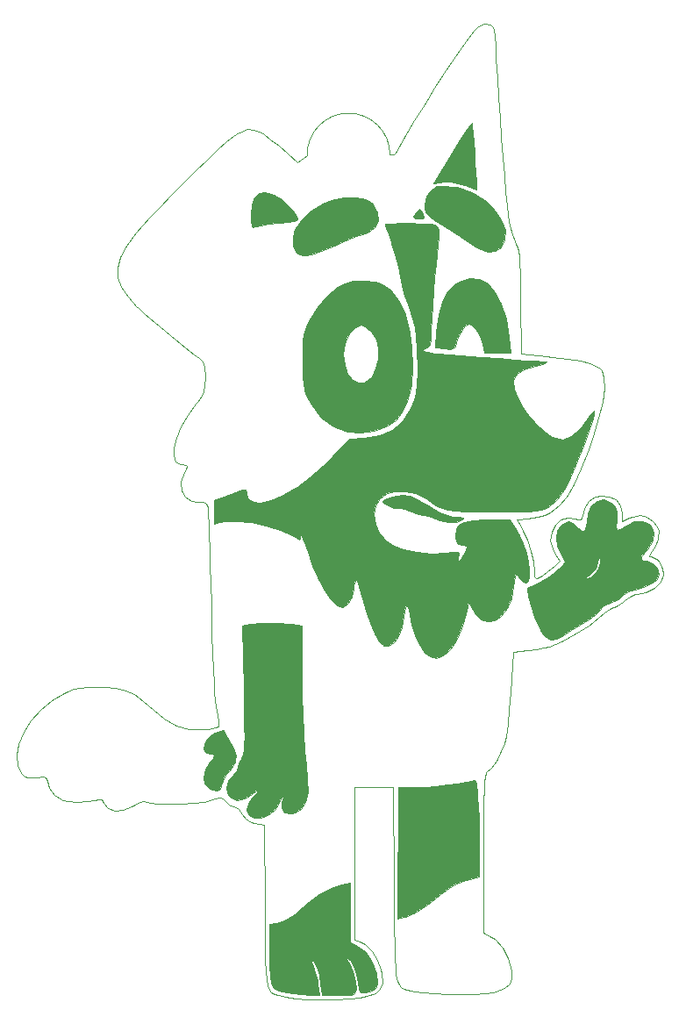
<source format=gbr>
%TF.GenerationSoftware,KiCad,Pcbnew,5.1.6-c6e7f7d~87~ubuntu20.04.1*%
%TF.CreationDate,2020-08-29T22:02:19+08:00*%
%TF.ProjectId,Bluey_Board,426c7565-795f-4426-9f61-72642e6b6963,rev?*%
%TF.SameCoordinates,Original*%
%TF.FileFunction,Legend,Bot*%
%TF.FilePolarity,Positive*%
%FSLAX46Y46*%
G04 Gerber Fmt 4.6, Leading zero omitted, Abs format (unit mm)*
G04 Created by KiCad (PCBNEW 5.1.6-c6e7f7d~87~ubuntu20.04.1) date 2020-08-29 22:02:19*
%MOMM*%
%LPD*%
G01*
G04 APERTURE LIST*
%TA.AperFunction,Profile*%
%ADD10C,0.010000*%
%TD*%
%ADD11C,0.010000*%
G04 APERTURE END LIST*
D10*
X2550000Y35400000D02*
X2200000Y35400000D01*
X2730069Y35629155D02*
X2550000Y35400000D01*
X-5800000Y35300000D02*
X-6733876Y34653732D01*
X-5798806Y35302271D02*
G75*
G02*
X2200000Y35400000I3998806J97729D01*
G01*
X-33874220Y-22530080D02*
X-33777700Y-23500760D01*
X-33777700Y-23500760D02*
X-33408065Y-24232594D01*
X-33408065Y-24232594D02*
X-33086504Y-24582740D01*
X-33086504Y-24582740D02*
X-32748465Y-24730279D01*
X-32748465Y-24730279D02*
X-32227862Y-24726982D01*
X-32227862Y-24726982D02*
X-31926398Y-24694445D01*
X-31926398Y-24694445D02*
X-31314548Y-24637269D01*
X-31314548Y-24637269D02*
X-31012695Y-24682125D01*
X-31012695Y-24682125D02*
X-30912190Y-24868251D01*
X-30912190Y-24868251D02*
X-30903333Y-25063927D01*
X-30903333Y-25063927D02*
X-30716476Y-25716641D01*
X-30716476Y-25716641D02*
X-30226592Y-26348279D01*
X-30226592Y-26348279D02*
X-29539717Y-26828766D01*
X-29539717Y-26828766D02*
X-29421476Y-26881746D01*
X-29421476Y-26881746D02*
X-28813332Y-27011951D01*
X-28813332Y-27011951D02*
X-27968629Y-27048752D01*
X-27968629Y-27048752D02*
X-27062428Y-26997641D01*
X-27062428Y-26997641D02*
X-26269788Y-26864110D01*
X-26269788Y-26864110D02*
X-25985025Y-26773944D01*
X-25985025Y-26773944D02*
X-25660739Y-26776332D01*
X-25660739Y-26776332D02*
X-25422880Y-27139638D01*
X-25422880Y-27139638D02*
X-25410429Y-27171738D01*
X-25410429Y-27171738D02*
X-25020583Y-27670476D01*
X-25020583Y-27670476D02*
X-24391898Y-27897106D01*
X-24391898Y-27897106D02*
X-23613115Y-27847664D01*
X-23613115Y-27847664D02*
X-22772976Y-27518187D01*
X-22772976Y-27518187D02*
X-22436066Y-27304572D01*
X-22436066Y-27304572D02*
X-22011247Y-27065356D01*
X-22011247Y-27065356D02*
X-21567908Y-27015819D01*
X-21567908Y-27015819D02*
X-20941489Y-27126300D01*
X-20941489Y-27126300D02*
X-20161903Y-27229407D01*
X-20161903Y-27229407D02*
X-19118542Y-27263996D01*
X-19118542Y-27263996D02*
X-17945364Y-27236722D01*
X-17945364Y-27236722D02*
X-16776324Y-27154239D01*
X-16776324Y-27154239D02*
X-15745380Y-27023200D01*
X-15745380Y-27023200D02*
X-14986488Y-26850260D01*
X-14986488Y-26850260D02*
X-14920674Y-26827233D01*
X-14920674Y-26827233D02*
X-14376728Y-26645366D01*
X-14376728Y-26645366D02*
X-14064502Y-26644603D01*
X-14064502Y-26644603D02*
X-13822322Y-26849674D01*
X-13822322Y-26849674D02*
X-13693709Y-27014915D01*
X-13693709Y-27014915D02*
X-13267402Y-27383557D01*
X-13267402Y-27383557D02*
X-12848869Y-27521247D01*
X-12848869Y-27521247D02*
X-12391128Y-27718048D01*
X-12391128Y-27718048D02*
X-12065000Y-28209164D01*
X-12065000Y-28209164D02*
X-11742147Y-28700885D01*
X-11742147Y-28700885D02*
X-11255097Y-28981598D01*
X-11255097Y-28981598D02*
X-10855251Y-29090372D01*
X-10855251Y-29090372D02*
X-9963002Y-29288245D01*
X-9963002Y-29288245D02*
X-9902751Y-37073449D01*
X-9902751Y-37073449D02*
X-9887826Y-39172445D01*
X-9887826Y-39172445D02*
X-9872532Y-40888655D01*
X-9872532Y-40888655D02*
X-9847601Y-42262532D01*
X-9847601Y-42262532D02*
X-9803768Y-43334528D01*
X-9803768Y-43334528D02*
X-9731765Y-44145098D01*
X-9731765Y-44145098D02*
X-9622323Y-44734694D01*
X-9622323Y-44734694D02*
X-9466178Y-45143770D01*
X-9466178Y-45143770D02*
X-9254060Y-45412778D01*
X-9254060Y-45412778D02*
X-8976703Y-45582172D01*
X-8976703Y-45582172D02*
X-8624840Y-45692406D01*
X-8624840Y-45692406D02*
X-8189203Y-45783932D01*
X-8189203Y-45783932D02*
X-7893416Y-45844618D01*
X-7893416Y-45844618D02*
X-6940102Y-45988821D01*
X-6940102Y-45988821D02*
X-5738146Y-46081948D01*
X-5738146Y-46081948D02*
X-4401023Y-46124430D01*
X-4401023Y-46124430D02*
X-3042211Y-46116698D01*
X-3042211Y-46116698D02*
X-1775188Y-46059180D01*
X-1775188Y-46059180D02*
X-713429Y-45952309D01*
X-713429Y-45952309D02*
X-28849Y-45814791D01*
X-28849Y-45814791D02*
X784366Y-45495917D01*
X784366Y-45495917D02*
X1257495Y-45076644D01*
X1257495Y-45076644D02*
X1433281Y-44474314D01*
X1433281Y-44474314D02*
X1354470Y-43606271D01*
X1354470Y-43606271D02*
X1285618Y-43272946D01*
X1285618Y-43272946D02*
X943028Y-42286869D01*
X943028Y-42286869D02*
X420345Y-41425083D01*
X420345Y-41425083D02*
X-205270Y-40791610D01*
X-205270Y-40791610D02*
X-764417Y-40509334D01*
X-764417Y-40509334D02*
X-1270000Y-40382440D01*
X-1270000Y-40382440D02*
X-1270000Y-25611667D01*
X-1270000Y-25611667D02*
X2527326Y-25611667D01*
X2527326Y-25611667D02*
X2586580Y-35048022D01*
X2586580Y-35048022D02*
X2598878Y-37346615D01*
X2598878Y-37346615D02*
X2609215Y-39258870D01*
X2609215Y-39258870D02*
X2624926Y-40821681D01*
X2624926Y-40821681D02*
X2653348Y-42071941D01*
X2653348Y-42071941D02*
X2701816Y-43046545D01*
X2701816Y-43046545D02*
X2777664Y-43782384D01*
X2777664Y-43782384D02*
X2888229Y-44316354D01*
X2888229Y-44316354D02*
X3040846Y-44685348D01*
X3040846Y-44685348D02*
X3242851Y-44926258D01*
X3242851Y-44926258D02*
X3501578Y-45075979D01*
X3501578Y-45075979D02*
X3824365Y-45171405D01*
X3824365Y-45171405D02*
X4218545Y-45249428D01*
X4218545Y-45249428D02*
X4631586Y-45333277D01*
X4631586Y-45333277D02*
X5420422Y-45452940D01*
X5420422Y-45452940D02*
X6484060Y-45535778D01*
X6484060Y-45535778D02*
X7714907Y-45581762D01*
X7714907Y-45581762D02*
X9005370Y-45590861D01*
X9005370Y-45590861D02*
X10247857Y-45563045D01*
X10247857Y-45563045D02*
X11334775Y-45498284D01*
X11334775Y-45498284D02*
X12158533Y-45396549D01*
X12158533Y-45396549D02*
X12425891Y-45335452D01*
X12425891Y-45335452D02*
X13260476Y-45020350D01*
X13260476Y-45020350D02*
X13737706Y-44624037D01*
X13737706Y-44624037D02*
X13923480Y-44057064D01*
X13923480Y-44057064D02*
X13897290Y-43338199D01*
X13897290Y-43338199D02*
X13603411Y-42129927D01*
X13603411Y-42129927D02*
X13059462Y-41087485D01*
X13059462Y-41087485D02*
X12325330Y-40313248D01*
X12325330Y-40313248D02*
X12009284Y-40110833D01*
X12009284Y-40110833D02*
X11219477Y-39687500D01*
X11219477Y-39687500D02*
X11218905Y-32025101D01*
X11218905Y-32025101D02*
X11221677Y-29936810D01*
X11221677Y-29936810D02*
X11231168Y-28236337D01*
X11231168Y-28236337D02*
X11248626Y-26888204D01*
X11248626Y-26888204D02*
X11275301Y-25856932D01*
X11275301Y-25856932D02*
X11312442Y-25107041D01*
X11312442Y-25107041D02*
X11361297Y-24603053D01*
X11361297Y-24603053D02*
X11423115Y-24309488D01*
X11423115Y-24309488D02*
X11494587Y-24193434D01*
X11494587Y-24193434D02*
X11957002Y-23757201D01*
X11957002Y-23757201D02*
X12458964Y-23044109D01*
X12458964Y-23044109D02*
X12919957Y-22183250D01*
X12919957Y-22183250D02*
X13222076Y-21423705D01*
X13222076Y-21423705D02*
X13394354Y-20681763D01*
X13394354Y-20681763D02*
X13557755Y-19562493D01*
X13557755Y-19562493D02*
X13706651Y-18111889D01*
X13706651Y-18111889D02*
X13830767Y-16449539D01*
X13830767Y-16449539D02*
X14075833Y-12594167D01*
X14075833Y-12594167D02*
X15415015Y-12446464D01*
X15415015Y-12446464D02*
X16274355Y-12325053D01*
X16274355Y-12325053D02*
X17089281Y-12166447D01*
X17089281Y-12166447D02*
X17531682Y-12050357D01*
X17531682Y-12050357D02*
X18765201Y-11551487D01*
X18765201Y-11551487D02*
X20107928Y-10838178D01*
X20107928Y-10838178D02*
X21386156Y-10010905D01*
X21386156Y-10010905D02*
X22280563Y-9303549D01*
X22280563Y-9303549D02*
X22895567Y-8792804D01*
X22895567Y-8792804D02*
X23424869Y-8419666D01*
X23424869Y-8419666D02*
X23763940Y-8256934D01*
X23763940Y-8256934D02*
X23786139Y-8255000D01*
X23786139Y-8255000D02*
X24136734Y-8123024D01*
X24136734Y-8123024D02*
X24631787Y-7790805D01*
X24631787Y-7790805D02*
X24838494Y-7620000D01*
X24838494Y-7620000D02*
X25373865Y-7230617D01*
X25373865Y-7230617D02*
X25860037Y-7006439D01*
X25860037Y-7006439D02*
X25996247Y-6985000D01*
X25996247Y-6985000D02*
X26897951Y-6829782D01*
X26897951Y-6829782D02*
X27690803Y-6415409D01*
X27690803Y-6415409D02*
X28277937Y-5818799D01*
X28277937Y-5818799D02*
X28562488Y-5116870D01*
X28562488Y-5116870D02*
X28575000Y-4937270D01*
X28575000Y-4937270D02*
X28427935Y-4266920D01*
X28427935Y-4266920D02*
X28054115Y-3714443D01*
X28054115Y-3714443D02*
X27554602Y-3410314D01*
X27554602Y-3410314D02*
X27373937Y-3386667D01*
X27373937Y-3386667D02*
X27177349Y-3339479D01*
X27177349Y-3339479D02*
X27261718Y-3144443D01*
X27261718Y-3144443D02*
X27497121Y-2878305D01*
X27497121Y-2878305D02*
X27841252Y-2327888D01*
X27841252Y-2327888D02*
X28070114Y-1631417D01*
X28070114Y-1631417D02*
X28089684Y-1512689D01*
X28089684Y-1512689D02*
X28122299Y-911978D01*
X28122299Y-911978D02*
X27967126Y-478833D01*
X27967126Y-478833D02*
X27559448Y-10217D01*
X27559448Y-10217D02*
X26961474Y462203D01*
X26961474Y462203D02*
X26359679Y611330D01*
X26359679Y611330D02*
X25620095Y457125D01*
X25620095Y457125D02*
X25287368Y328301D01*
X25287368Y328301D02*
X24553333Y21601D01*
X24553333Y21601D02*
X24553333Y761255D01*
X24553333Y761255D02*
X24391062Y1555069D01*
X24391062Y1555069D02*
X23963414Y2114610D01*
X23963414Y2114610D02*
X23359139Y2437567D01*
X23359139Y2437567D02*
X22666986Y2521629D01*
X22666986Y2521629D02*
X21975705Y2364485D01*
X21975705Y2364485D02*
X21374045Y1963823D01*
X21374045Y1963823D02*
X20950755Y1317332D01*
X20950755Y1317332D02*
X20826478Y858314D01*
X20826478Y858314D02*
X20722565Y345085D01*
X20722565Y345085D02*
X20566530Y162998D01*
X20566530Y162998D02*
X20252109Y223339D01*
X20252109Y223339D02*
X20122922Y270952D01*
X20122922Y270952D02*
X19335021Y386155D01*
X19335021Y386155D02*
X18652602Y159576D01*
X18652602Y159576D02*
X18119597Y-331731D01*
X18119597Y-331731D02*
X17779941Y-1010714D01*
X17779941Y-1010714D02*
X17677568Y-1800318D01*
X17677568Y-1800318D02*
X17856411Y-2623491D01*
X17856411Y-2623491D02*
X18163238Y-3166037D01*
X18163238Y-3166037D02*
X18599808Y-3756530D01*
X18599808Y-3756530D02*
X18031154Y-4279970D01*
X18031154Y-4279970D02*
X17428274Y-4790396D01*
X17428274Y-4790396D02*
X16845135Y-5211405D01*
X16845135Y-5211405D02*
X16396193Y-5464330D01*
X16396193Y-5464330D02*
X16251236Y-5503333D01*
X16251236Y-5503333D02*
X16147024Y-5315772D01*
X16147024Y-5315772D02*
X16090197Y-4848675D01*
X16090197Y-4848675D02*
X16086667Y-4678962D01*
X16086667Y-4678962D02*
X15995561Y-3863565D01*
X15995561Y-3863565D02*
X15755940Y-2843154D01*
X15755940Y-2843154D02*
X15418342Y-1786332D01*
X15418342Y-1786332D02*
X15033310Y-861697D01*
X15033310Y-861697D02*
X14830269Y-487708D01*
X14830269Y-487708D02*
X14413492Y188751D01*
X14413492Y188751D02*
X15408829Y319660D01*
X15408829Y319660D02*
X16417828Y467793D01*
X16417828Y467793D02*
X17123896Y628648D01*
X17123896Y628648D02*
X17645944Y850431D01*
X17645944Y850431D02*
X18102885Y1181348D01*
X18102885Y1181348D02*
X18529035Y1584562D01*
X18529035Y1584562D02*
X19232925Y2438892D01*
X19232925Y2438892D02*
X19928319Y3596631D01*
X19928319Y3596631D02*
X20631218Y5090317D01*
X20631218Y5090317D02*
X21357629Y6952491D01*
X21357629Y6952491D02*
X21809677Y8255000D01*
X21809677Y8255000D02*
X22337681Y10007916D01*
X22337681Y10007916D02*
X22687051Y11556372D01*
X22687051Y11556372D02*
X22853749Y12861538D01*
X22853749Y12861538D02*
X22833735Y13884588D01*
X22833735Y13884588D02*
X22622969Y14586692D01*
X22622969Y14586692D02*
X22487078Y14766255D01*
X22487078Y14766255D02*
X22089541Y15044082D01*
X22089541Y15044082D02*
X21466956Y15283341D01*
X21466956Y15283341D02*
X20572543Y15494526D01*
X20572543Y15494526D02*
X19359520Y15688127D01*
X19359520Y15688127D02*
X17781107Y15874638D01*
X17781107Y15874638D02*
X17347028Y15919080D01*
X17347028Y15919080D02*
X14843648Y16169376D01*
X14843648Y16169376D02*
X14777240Y21155105D01*
X14777240Y21155105D02*
X14753717Y22749775D01*
X14753717Y22749775D02*
X14727388Y23981110D01*
X14727388Y23981110D02*
X14692831Y24909101D01*
X14692831Y24909101D02*
X14644626Y25593738D01*
X14644626Y25593738D02*
X14577353Y26095011D01*
X14577353Y26095011D02*
X14485593Y26472912D01*
X14485593Y26472912D02*
X14363924Y26787430D01*
X14363924Y26787430D02*
X14247060Y27022998D01*
X14247060Y27022998D02*
X13988859Y27678947D01*
X13988859Y27678947D02*
X13748017Y28570437D01*
X13748017Y28570437D02*
X13574439Y29510931D01*
X13574439Y29510931D02*
X13567493Y29562998D01*
X13567493Y29562998D02*
X13460956Y30501736D01*
X13460956Y30501736D02*
X13337486Y31790898D01*
X13337486Y31790898D02*
X13202549Y33358168D01*
X13202549Y33358168D02*
X13061616Y35131228D01*
X13061616Y35131228D02*
X12920154Y37037764D01*
X12920154Y37037764D02*
X12783631Y39005458D01*
X12783631Y39005458D02*
X12657518Y40961994D01*
X12657518Y40961994D02*
X12547281Y42835056D01*
X12547281Y42835056D02*
X12505780Y43603333D01*
X12505780Y43603333D02*
X12434307Y44835097D01*
X12434307Y44835097D02*
X12357227Y45937042D01*
X12357227Y45937042D02*
X12280962Y46832212D01*
X12280962Y46832212D02*
X12211932Y47443652D01*
X12211932Y47443652D02*
X12165800Y47677917D01*
X12165800Y47677917D02*
X11849451Y47980581D01*
X11849451Y47980581D02*
X11328308Y48017922D01*
X11328308Y48017922D02*
X10730827Y47785678D01*
X10730827Y47785678D02*
X10644060Y47728377D01*
X10644060Y47728377D02*
X10299057Y47381704D01*
X10299057Y47381704D02*
X9773320Y46715932D01*
X9773320Y46715932D02*
X9097425Y45778785D01*
X9097425Y45778785D02*
X8301948Y44617989D01*
X8301948Y44617989D02*
X7417463Y43281267D01*
X7417463Y43281267D02*
X6474547Y41816346D01*
X6474547Y41816346D02*
X5503774Y40270949D01*
X5503774Y40270949D02*
X4535719Y38692802D01*
X4535719Y38692802D02*
X3600959Y37129629D01*
X3600959Y37129629D02*
X2730069Y35629155D01*
X-6733876Y34653732D02*
X-7661352Y35470129D01*
X-7661352Y35470129D02*
X-8559267Y36233669D01*
X-8559267Y36233669D02*
X-9352096Y36878595D01*
X-9352096Y36878595D02*
X-9964316Y37339150D01*
X-9964316Y37339150D02*
X-10230655Y37509045D01*
X-10230655Y37509045D02*
X-10948302Y37811448D01*
X-10948302Y37811448D02*
X-11585926Y37834423D01*
X-11585926Y37834423D02*
X-12332082Y37579551D01*
X-12332082Y37579551D02*
X-12443701Y37527605D01*
X-12443701Y37527605D02*
X-12884924Y37235617D01*
X-12884924Y37235617D02*
X-13567305Y36679252D01*
X-13567305Y36679252D02*
X-14443477Y35903916D01*
X-14443477Y35903916D02*
X-15466076Y34955014D01*
X-15466076Y34955014D02*
X-16587735Y33877953D01*
X-16587735Y33877953D02*
X-17761089Y32718139D01*
X-17761089Y32718139D02*
X-18938773Y31520977D01*
X-18938773Y31520977D02*
X-20073420Y30331875D01*
X-20073420Y30331875D02*
X-21009865Y29315833D01*
X-21009865Y29315833D02*
X-22276247Y27848251D01*
X-22276247Y27848251D02*
X-23210794Y26588158D01*
X-23210794Y26588158D02*
X-23819670Y25488156D01*
X-23819670Y25488156D02*
X-24109036Y24500845D01*
X-24109036Y24500845D02*
X-24085057Y23578826D01*
X-24085057Y23578826D02*
X-23753895Y22674699D01*
X-23753895Y22674699D02*
X-23121713Y21741066D01*
X-23121713Y21741066D02*
X-22194675Y20730527D01*
X-22194675Y20730527D02*
X-22133976Y20670514D01*
X-22133976Y20670514D02*
X-21445626Y20025396D01*
X-21445626Y20025396D02*
X-20556230Y19238532D01*
X-20556230Y19238532D02*
X-19553790Y18382993D01*
X-19553790Y18382993D02*
X-18526308Y17531850D01*
X-18526308Y17531850D02*
X-17561787Y16758174D01*
X-17561787Y16758174D02*
X-16748229Y16135034D01*
X-16748229Y16135034D02*
X-16245417Y15781085D01*
X-16245417Y15781085D02*
X-15936693Y15547686D01*
X-15936693Y15547686D02*
X-15761992Y15272332D01*
X-15761992Y15272332D02*
X-15683555Y14835554D01*
X-15683555Y14835554D02*
X-15663623Y14117887D01*
X-15663623Y14117887D02*
X-15663333Y13939430D01*
X-15663333Y13939430D02*
X-15679983Y13137407D01*
X-15679983Y13137407D02*
X-15768611Y12586748D01*
X-15768611Y12586748D02*
X-15987243Y12115715D01*
X-15987243Y12115715D02*
X-16393899Y11552568D01*
X-16393899Y11552568D02*
X-16526900Y11383386D01*
X-16526900Y11383386D02*
X-17328207Y10254633D01*
X-17328207Y10254633D02*
X-17958279Y9136898D01*
X-17958279Y9136898D02*
X-18405079Y8082074D01*
X-18405079Y8082074D02*
X-18656567Y7142050D01*
X-18656567Y7142050D02*
X-18700706Y6368718D01*
X-18700706Y6368718D02*
X-18525455Y5813968D01*
X-18525455Y5813968D02*
X-18118777Y5529691D01*
X-18118777Y5529691D02*
X-17891072Y5503333D01*
X-17891072Y5503333D02*
X-17505293Y5487880D01*
X-17505293Y5487880D02*
X-17389883Y5369725D01*
X-17389883Y5369725D02*
X-17514306Y5041180D01*
X-17514306Y5041180D02*
X-17672863Y4733778D01*
X-17672863Y4733778D02*
X-17981210Y3820963D01*
X-17981210Y3820963D02*
X-17941950Y3016542D01*
X-17941950Y3016542D02*
X-17587021Y2386870D01*
X-17587021Y2386870D02*
X-16948361Y1998302D01*
X-16948361Y1998302D02*
X-16311303Y1905000D01*
X-16311303Y1905000D02*
X-15787024Y1882637D01*
X-15787024Y1882637D02*
X-15529370Y1737193D01*
X-15529370Y1737193D02*
X-15415493Y1351136D01*
X-15415493Y1351136D02*
X-15371029Y1005417D01*
X-15371029Y1005417D02*
X-15342575Y599198D01*
X-15342575Y599198D02*
X-15306467Y-179295D01*
X-15306467Y-179295D02*
X-15264400Y-1279106D01*
X-15264400Y-1279106D02*
X-15218071Y-2649279D01*
X-15218071Y-2649279D02*
X-15169175Y-4238860D01*
X-15169175Y-4238860D02*
X-15119409Y-5996891D01*
X-15119409Y-5996891D02*
X-15070467Y-7872417D01*
X-15070467Y-7872417D02*
X-15055802Y-8466667D01*
X-15055802Y-8466667D02*
X-14996482Y-10765394D01*
X-14996482Y-10765394D02*
X-14938956Y-12679881D01*
X-14938956Y-12679881D02*
X-14881045Y-14249203D01*
X-14881045Y-14249203D02*
X-14820569Y-15512433D01*
X-14820569Y-15512433D02*
X-14755348Y-16508647D01*
X-14755348Y-16508647D02*
X-14683203Y-17276918D01*
X-14683203Y-17276918D02*
X-14601955Y-17856322D01*
X-14601955Y-17856322D02*
X-14509425Y-18285932D01*
X-14509425Y-18285932D02*
X-14507796Y-18291969D01*
X-14507796Y-18291969D02*
X-14320558Y-19149380D01*
X-14320558Y-19149380D02*
X-14322809Y-19648561D01*
X-14322809Y-19648561D02*
X-14383569Y-19759902D01*
X-14383569Y-19759902D02*
X-14699031Y-19890421D01*
X-14699031Y-19890421D02*
X-15292971Y-20005843D01*
X-15292971Y-20005843D02*
X-15851009Y-20065615D01*
X-15851009Y-20065615D02*
X-17225300Y-20030494D01*
X-17225300Y-20030494D02*
X-18461220Y-19687970D01*
X-18461220Y-19687970D02*
X-19650560Y-19002180D01*
X-19650560Y-19002180D02*
X-20600772Y-18209805D01*
X-20600772Y-18209805D02*
X-21625558Y-17303633D01*
X-21625558Y-17303633D02*
X-22499875Y-16677050D01*
X-22499875Y-16677050D02*
X-23340400Y-16281247D01*
X-23340400Y-16281247D02*
X-24263810Y-16067416D01*
X-24263810Y-16067416D02*
X-25386780Y-15986749D01*
X-25386780Y-15986749D02*
X-25929167Y-15980833D01*
X-25929167Y-15980833D02*
X-26970489Y-15995039D01*
X-26970489Y-15995039D02*
X-27724506Y-16053063D01*
X-27724506Y-16053063D02*
X-28326743Y-16178011D01*
X-28326743Y-16178011D02*
X-28912721Y-16392992D01*
X-28912721Y-16392992D02*
X-29256157Y-16548112D01*
X-29256157Y-16548112D02*
X-30483918Y-17266606D01*
X-30483918Y-17266606D02*
X-31571280Y-18175779D01*
X-31571280Y-18175779D02*
X-32486117Y-19216173D01*
X-32486117Y-19216173D02*
X-33196303Y-20328327D01*
X-33196303Y-20328327D02*
X-33669712Y-21452782D01*
X-33669712Y-21452782D02*
X-33874220Y-22530080D01*
D11*
%TO.C,SILK_B1*%
G36*
X10136931Y38124142D02*
G01*
X10190475Y37497319D01*
X10254633Y36655064D01*
X10323445Y35686540D01*
X10390952Y34680909D01*
X10451193Y33727334D01*
X10498208Y32914980D01*
X10526037Y32333007D01*
X10528719Y32070580D01*
X10526577Y32064283D01*
X10319608Y32116176D01*
X9839689Y32282472D01*
X9419167Y32439955D01*
X8089232Y32756311D01*
X7379255Y32754916D01*
X6397677Y32663390D01*
X8225922Y35675148D01*
X8831190Y36654490D01*
X9357322Y37472057D01*
X9768001Y38074145D01*
X10026912Y38407053D01*
X10099963Y38446370D01*
X10136931Y38124142D01*
G37*
X10136931Y38124142D02*
X10190475Y37497319D01*
X10254633Y36655064D01*
X10323445Y35686540D01*
X10390952Y34680909D01*
X10451193Y33727334D01*
X10498208Y32914980D01*
X10526037Y32333007D01*
X10528719Y32070580D01*
X10526577Y32064283D01*
X10319608Y32116176D01*
X9839689Y32282472D01*
X9419167Y32439955D01*
X8089232Y32756311D01*
X7379255Y32754916D01*
X6397677Y32663390D01*
X8225922Y35675148D01*
X8831190Y36654490D01*
X9357322Y37472057D01*
X9768001Y38074145D01*
X10026912Y38407053D01*
X10099963Y38446370D01*
X10136931Y38124142D01*
G36*
X5155865Y30085592D02*
G01*
X5274865Y29876394D01*
X5472246Y29437659D01*
X5392115Y29250118D01*
X4987651Y29210011D01*
X4974167Y29210000D01*
X4578840Y29264288D01*
X4451732Y29368750D01*
X4572288Y29646600D01*
X4752430Y29915395D01*
X4991836Y30179864D01*
X5155865Y30085592D01*
G37*
X5155865Y30085592D02*
X5274865Y29876394D01*
X5472246Y29437659D01*
X5392115Y29250118D01*
X4987651Y29210011D01*
X4974167Y29210000D01*
X4578840Y29264288D01*
X4451732Y29368750D01*
X4572288Y29646600D01*
X4752430Y29915395D01*
X4991836Y30179864D01*
X5155865Y30085592D01*
G36*
X-9048535Y31561071D02*
G01*
X-8249594Y31062083D01*
X-7645683Y30525290D01*
X-7156010Y29968094D01*
X-6846054Y29479667D01*
X-6781295Y29149184D01*
X-6810515Y29102263D01*
X-7065191Y29024502D01*
X-7634752Y28926156D01*
X-8412464Y28824668D01*
X-8706433Y28792431D01*
X-9571075Y28689931D01*
X-10303491Y28581035D01*
X-10777233Y28485208D01*
X-10847917Y28462745D01*
X-11055188Y28429204D01*
X-11167091Y28591038D01*
X-11211846Y29032112D01*
X-11218333Y29563590D01*
X-11136242Y30605487D01*
X-10874246Y31291564D01*
X-10408766Y31659419D01*
X-9846953Y31750000D01*
X-9048535Y31561071D01*
G37*
X-9048535Y31561071D02*
X-8249594Y31062083D01*
X-7645683Y30525290D01*
X-7156010Y29968094D01*
X-6846054Y29479667D01*
X-6781295Y29149184D01*
X-6810515Y29102263D01*
X-7065191Y29024502D01*
X-7634752Y28926156D01*
X-8412464Y28824668D01*
X-8706433Y28792431D01*
X-9571075Y28689931D01*
X-10303491Y28581035D01*
X-10777233Y28485208D01*
X-10847917Y28462745D01*
X-11055188Y28429204D01*
X-11167091Y28591038D01*
X-11211846Y29032112D01*
X-11218333Y29563590D01*
X-11136242Y30605487D01*
X-10874246Y31291564D01*
X-10408766Y31659419D01*
X-9846953Y31750000D01*
X-9048535Y31561071D01*
G36*
X8669848Y32300976D02*
G01*
X10126601Y31820801D01*
X11432974Y30951385D01*
X12154110Y30242225D01*
X12928432Y29183517D01*
X13292087Y28179588D01*
X13252144Y27215359D01*
X12908718Y26478169D01*
X12352179Y26094138D01*
X11605563Y26065080D01*
X10691908Y26392806D01*
X9812868Y26944659D01*
X8958853Y27539824D01*
X8015463Y28150948D01*
X7354446Y28548248D01*
X6491354Y29064833D01*
X5943115Y29476474D01*
X5641744Y29858911D01*
X5519257Y30287887D01*
X5503333Y30610574D01*
X5672018Y31333776D01*
X6106304Y31952203D01*
X6698535Y32339074D01*
X7028295Y32406446D01*
X8669848Y32300976D01*
G37*
X8669848Y32300976D02*
X10126601Y31820801D01*
X11432974Y30951385D01*
X12154110Y30242225D01*
X12928432Y29183517D01*
X13292087Y28179588D01*
X13252144Y27215359D01*
X12908718Y26478169D01*
X12352179Y26094138D01*
X11605563Y26065080D01*
X10691908Y26392806D01*
X9812868Y26944659D01*
X8958853Y27539824D01*
X8015463Y28150948D01*
X7354446Y28548248D01*
X6491354Y29064833D01*
X5943115Y29476474D01*
X5641744Y29858911D01*
X5519257Y30287887D01*
X5503333Y30610574D01*
X5672018Y31333776D01*
X6106304Y31952203D01*
X6698535Y32339074D01*
X7028295Y32406446D01*
X8669848Y32300976D01*
G36*
X-129630Y31074680D02*
G01*
X537091Y30638002D01*
X565031Y30606558D01*
X992388Y29849821D01*
X1029793Y29098394D01*
X704733Y28427988D01*
X44696Y27914310D01*
X-484000Y27717173D01*
X-1084097Y27517311D01*
X-1916126Y27186708D01*
X-2833769Y26784726D01*
X-3174506Y26625595D01*
X-4419995Y26072818D01*
X-5367666Y25752586D01*
X-6067459Y25656044D01*
X-6569316Y25774334D01*
X-6827420Y25977821D01*
X-7125438Y26589975D01*
X-7170312Y27384851D01*
X-6957419Y28202466D01*
X-6895418Y28331907D01*
X-6268192Y29198626D01*
X-5362742Y30018216D01*
X-4319407Y30680170D01*
X-3478826Y31022249D01*
X-2219539Y31275228D01*
X-1075824Y31289897D01*
X-129630Y31074680D01*
G37*
X-129630Y31074680D02*
X537091Y30638002D01*
X565031Y30606558D01*
X992388Y29849821D01*
X1029793Y29098394D01*
X704733Y28427988D01*
X44696Y27914310D01*
X-484000Y27717173D01*
X-1084097Y27517311D01*
X-1916126Y27186708D01*
X-2833769Y26784726D01*
X-3174506Y26625595D01*
X-4419995Y26072818D01*
X-5367666Y25752586D01*
X-6067459Y25656044D01*
X-6569316Y25774334D01*
X-6827420Y25977821D01*
X-7125438Y26589975D01*
X-7170312Y27384851D01*
X-6957419Y28202466D01*
X-6895418Y28331907D01*
X-6268192Y29198626D01*
X-5362742Y30018216D01*
X-4319407Y30680170D01*
X-3478826Y31022249D01*
X-2219539Y31275228D01*
X-1075824Y31289897D01*
X-129630Y31074680D01*
G36*
X10782314Y23404079D02*
G01*
X11611550Y22944743D01*
X12334994Y22135320D01*
X12931658Y20999502D01*
X13380550Y19560981D01*
X13660681Y17843447D01*
X13666333Y17787096D01*
X13813032Y16298333D01*
X11255543Y16298333D01*
X11113553Y17138769D01*
X10898574Y17860297D01*
X10550829Y18496360D01*
X10148638Y18929192D01*
X9842500Y19050000D01*
X9471581Y18868970D01*
X9070311Y18411674D01*
X8731715Y17806800D01*
X8564352Y17281842D01*
X8462032Y16875755D01*
X8272150Y16693411D01*
X7865695Y16664885D01*
X7475403Y16691621D01*
X6511560Y16768279D01*
X6654688Y18279556D01*
X6884941Y19928187D01*
X7240164Y21212857D01*
X7741563Y22180026D01*
X8410345Y22876151D01*
X8890430Y23177723D01*
X9868278Y23489636D01*
X10782314Y23404079D01*
G37*
X10782314Y23404079D02*
X11611550Y22944743D01*
X12334994Y22135320D01*
X12931658Y20999502D01*
X13380550Y19560981D01*
X13660681Y17843447D01*
X13666333Y17787096D01*
X13813032Y16298333D01*
X11255543Y16298333D01*
X11113553Y17138769D01*
X10898574Y17860297D01*
X10550829Y18496360D01*
X10148638Y18929192D01*
X9842500Y19050000D01*
X9471581Y18868970D01*
X9070311Y18411674D01*
X8731715Y17806800D01*
X8564352Y17281842D01*
X8462032Y16875755D01*
X8272150Y16693411D01*
X7865695Y16664885D01*
X7475403Y16691621D01*
X6511560Y16768279D01*
X6654688Y18279556D01*
X6884941Y19928187D01*
X7240164Y21212857D01*
X7741563Y22180026D01*
X8410345Y22876151D01*
X8890430Y23177723D01*
X9868278Y23489636D01*
X10782314Y23404079D01*
G36*
X767882Y23162539D02*
G01*
X1339598Y22994615D01*
X2269521Y22376908D01*
X3037949Y21369301D01*
X3644029Y19973562D01*
X4086908Y18191460D01*
X4278538Y16898612D01*
X4392424Y14922626D01*
X4254604Y13159415D01*
X3874034Y11649688D01*
X3259672Y10434152D01*
X2716460Y9799686D01*
X1805407Y9192108D01*
X648468Y8770984D01*
X-604114Y8573459D01*
X-1802094Y8636681D01*
X-1905000Y8657045D01*
X-3243226Y9153515D01*
X-4419230Y10031717D01*
X-5412281Y11274396D01*
X-5745099Y11853333D01*
X-5957503Y12300062D01*
X-6099902Y12744173D01*
X-6185940Y13284173D01*
X-6229263Y14018567D01*
X-6243517Y15045860D01*
X-6244167Y15456118D01*
X-6241273Y16107245D01*
X-2328333Y16107245D01*
X-2209370Y15092761D01*
X-1888869Y14277048D01*
X-1421416Y13700466D01*
X-861593Y13403372D01*
X-263986Y13426126D01*
X316822Y13809085D01*
X494521Y14020072D01*
X830642Y14741484D01*
X1010472Y15684790D01*
X1021472Y16673705D01*
X851102Y17531944D01*
X759414Y17744069D01*
X363917Y18313506D01*
X-106146Y18752156D01*
X-110238Y18754851D01*
X-517194Y18974325D01*
X-841704Y18940149D01*
X-1181846Y18740380D01*
X-1765880Y18128601D01*
X-2165835Y17238720D01*
X-2327342Y16195609D01*
X-2328333Y16107245D01*
X-6241273Y16107245D01*
X-6239206Y16572016D01*
X-6211932Y17373172D01*
X-6143754Y17968160D01*
X-6016086Y18465554D01*
X-5810337Y18973929D01*
X-5548472Y19519559D01*
X-4819332Y20706729D01*
X-3895570Y21771344D01*
X-2882010Y22605405D01*
X-2176382Y22993741D01*
X-1304898Y23214159D01*
X-253401Y23270443D01*
X767882Y23162539D01*
G37*
X767882Y23162539D02*
X1339598Y22994615D01*
X2269521Y22376908D01*
X3037949Y21369301D01*
X3644029Y19973562D01*
X4086908Y18191460D01*
X4278538Y16898612D01*
X4392424Y14922626D01*
X4254604Y13159415D01*
X3874034Y11649688D01*
X3259672Y10434152D01*
X2716460Y9799686D01*
X1805407Y9192108D01*
X648468Y8770984D01*
X-604114Y8573459D01*
X-1802094Y8636681D01*
X-1905000Y8657045D01*
X-3243226Y9153515D01*
X-4419230Y10031717D01*
X-5412281Y11274396D01*
X-5745099Y11853333D01*
X-5957503Y12300062D01*
X-6099902Y12744173D01*
X-6185940Y13284173D01*
X-6229263Y14018567D01*
X-6243517Y15045860D01*
X-6244167Y15456118D01*
X-6241273Y16107245D01*
X-2328333Y16107245D01*
X-2209370Y15092761D01*
X-1888869Y14277048D01*
X-1421416Y13700466D01*
X-861593Y13403372D01*
X-263986Y13426126D01*
X316822Y13809085D01*
X494521Y14020072D01*
X830642Y14741484D01*
X1010472Y15684790D01*
X1021472Y16673705D01*
X851102Y17531944D01*
X759414Y17744069D01*
X363917Y18313506D01*
X-106146Y18752156D01*
X-110238Y18754851D01*
X-517194Y18974325D01*
X-841704Y18940149D01*
X-1181846Y18740380D01*
X-1765880Y18128601D01*
X-2165835Y17238720D01*
X-2327342Y16195609D01*
X-2328333Y16107245D01*
X-6241273Y16107245D01*
X-6239206Y16572016D01*
X-6211932Y17373172D01*
X-6143754Y17968160D01*
X-6016086Y18465554D01*
X-5810337Y18973929D01*
X-5548472Y19519559D01*
X-4819332Y20706729D01*
X-3895570Y21771344D01*
X-2882010Y22605405D01*
X-2176382Y22993741D01*
X-1304898Y23214159D01*
X-253401Y23270443D01*
X767882Y23162539D01*
G36*
X4081360Y2468738D02*
G01*
X4724360Y2219740D01*
X5520598Y1736272D01*
X5579699Y1696303D01*
X6983947Y892206D01*
X8250669Y482669D01*
X8879416Y424514D01*
X9221594Y376694D01*
X9187208Y213792D01*
X9160488Y185822D01*
X8624268Y-73711D01*
X7858719Y-85451D01*
X6976492Y148875D01*
X6803018Y221948D01*
X6121390Y476107D01*
X5499866Y626118D01*
X5321468Y642501D01*
X4703367Y756825D01*
X4233333Y952500D01*
X3621084Y1187302D01*
X3132043Y1262500D01*
X2591258Y1338647D01*
X2035449Y1515000D01*
X1616565Y1732403D01*
X1481667Y1905000D01*
X1671450Y2126613D01*
X2155006Y2333852D01*
X2803644Y2485223D01*
X3449543Y2539496D01*
X4081360Y2468738D01*
G37*
X4081360Y2468738D02*
X4724360Y2219740D01*
X5520598Y1736272D01*
X5579699Y1696303D01*
X6983947Y892206D01*
X8250669Y482669D01*
X8879416Y424514D01*
X9221594Y376694D01*
X9187208Y213792D01*
X9160488Y185822D01*
X8624268Y-73711D01*
X7858719Y-85451D01*
X6976492Y148875D01*
X6803018Y221948D01*
X6121390Y476107D01*
X5499866Y626118D01*
X5321468Y642501D01*
X4703367Y756825D01*
X4233333Y952500D01*
X3621084Y1187302D01*
X3132043Y1262500D01*
X2591258Y1338647D01*
X2035449Y1515000D01*
X1616565Y1732403D01*
X1481667Y1905000D01*
X1671450Y2126613D01*
X2155006Y2333852D01*
X2803644Y2485223D01*
X3449543Y2539496D01*
X4081360Y2468738D01*
G36*
X23425847Y1915844D02*
G01*
X23730742Y1669258D01*
X24000387Y1323475D01*
X24095970Y912725D01*
X24051949Y272423D01*
X24040952Y187591D01*
X23989442Y-497236D01*
X24099314Y-802624D01*
X24415477Y-756127D01*
X24979113Y-388055D01*
X25756558Y-4422D01*
X26522468Y42011D01*
X27170735Y-246748D01*
X27355441Y-433063D01*
X27648220Y-1100148D01*
X27549694Y-1854896D01*
X27069440Y-2648939D01*
X26873816Y-2865599D01*
X26466396Y-3363868D01*
X26421142Y-3665323D01*
X26741494Y-3797927D01*
X26989972Y-3810000D01*
X27548583Y-3996751D01*
X27982937Y-4458047D01*
X28151667Y-5028387D01*
X27954708Y-5544745D01*
X27422581Y-6005603D01*
X26643405Y-6349406D01*
X26079047Y-6476163D01*
X25178920Y-6741085D01*
X24706761Y-7116796D01*
X24246820Y-7495341D01*
X23610125Y-7796482D01*
X23483651Y-7834723D01*
X22962416Y-8015903D01*
X22670746Y-8196531D01*
X22648333Y-8245217D01*
X22474553Y-8517920D01*
X22008692Y-8933095D01*
X21333967Y-9437351D01*
X20533598Y-9977299D01*
X19690802Y-10499550D01*
X18888799Y-10950713D01*
X18210805Y-11277400D01*
X17740040Y-11426221D01*
X17684206Y-11430000D01*
X17380642Y-11265863D01*
X16993641Y-10852448D01*
X16838735Y-10636250D01*
X16098165Y-9185658D01*
X15612645Y-7504828D01*
X15568818Y-7263661D01*
X15420158Y-6383747D01*
X16383076Y-5957803D01*
X17136747Y-5564950D01*
X17335397Y-5434711D01*
X21016667Y-5434711D01*
X21140278Y-5495428D01*
X21182687Y-5496897D01*
X21555485Y-5354949D01*
X21947220Y-5027083D01*
X22311340Y-4501631D01*
X22509083Y-3973697D01*
X22499402Y-3578501D01*
X22416795Y-3480219D01*
X22272420Y-3563150D01*
X22225000Y-3862885D01*
X22023643Y-4580896D01*
X21437392Y-5160852D01*
X21272500Y-5258915D01*
X21016667Y-5434711D01*
X17335397Y-5434711D01*
X17873078Y-5082198D01*
X18498882Y-4582814D01*
X18920976Y-4140068D01*
X19050000Y-3860877D01*
X18926781Y-3492033D01*
X18630115Y-3025484D01*
X18626667Y-3021091D01*
X18289280Y-2344342D01*
X18210707Y-1598312D01*
X18361177Y-891188D01*
X18710923Y-331155D01*
X19230174Y-26399D01*
X19457970Y0D01*
X19866565Y-156820D01*
X20286871Y-535243D01*
X20296140Y-546910D01*
X20699234Y-919765D01*
X20987969Y-890094D01*
X21144020Y-467664D01*
X21166667Y-82830D01*
X21301379Y832627D01*
X21661172Y1535676D01*
X22179527Y1980864D01*
X22789924Y2122738D01*
X23425847Y1915844D01*
G37*
X23425847Y1915844D02*
X23730742Y1669258D01*
X24000387Y1323475D01*
X24095970Y912725D01*
X24051949Y272423D01*
X24040952Y187591D01*
X23989442Y-497236D01*
X24099314Y-802624D01*
X24415477Y-756127D01*
X24979113Y-388055D01*
X25756558Y-4422D01*
X26522468Y42011D01*
X27170735Y-246748D01*
X27355441Y-433063D01*
X27648220Y-1100148D01*
X27549694Y-1854896D01*
X27069440Y-2648939D01*
X26873816Y-2865599D01*
X26466396Y-3363868D01*
X26421142Y-3665323D01*
X26741494Y-3797927D01*
X26989972Y-3810000D01*
X27548583Y-3996751D01*
X27982937Y-4458047D01*
X28151667Y-5028387D01*
X27954708Y-5544745D01*
X27422581Y-6005603D01*
X26643405Y-6349406D01*
X26079047Y-6476163D01*
X25178920Y-6741085D01*
X24706761Y-7116796D01*
X24246820Y-7495341D01*
X23610125Y-7796482D01*
X23483651Y-7834723D01*
X22962416Y-8015903D01*
X22670746Y-8196531D01*
X22648333Y-8245217D01*
X22474553Y-8517920D01*
X22008692Y-8933095D01*
X21333967Y-9437351D01*
X20533598Y-9977299D01*
X19690802Y-10499550D01*
X18888799Y-10950713D01*
X18210805Y-11277400D01*
X17740040Y-11426221D01*
X17684206Y-11430000D01*
X17380642Y-11265863D01*
X16993641Y-10852448D01*
X16838735Y-10636250D01*
X16098165Y-9185658D01*
X15612645Y-7504828D01*
X15568818Y-7263661D01*
X15420158Y-6383747D01*
X16383076Y-5957803D01*
X17136747Y-5564950D01*
X17335397Y-5434711D01*
X21016667Y-5434711D01*
X21140278Y-5495428D01*
X21182687Y-5496897D01*
X21555485Y-5354949D01*
X21947220Y-5027083D01*
X22311340Y-4501631D01*
X22509083Y-3973697D01*
X22499402Y-3578501D01*
X22416795Y-3480219D01*
X22272420Y-3563150D01*
X22225000Y-3862885D01*
X22023643Y-4580896D01*
X21437392Y-5160852D01*
X21272500Y-5258915D01*
X21016667Y-5434711D01*
X17335397Y-5434711D01*
X17873078Y-5082198D01*
X18498882Y-4582814D01*
X18920976Y-4140068D01*
X19050000Y-3860877D01*
X18926781Y-3492033D01*
X18630115Y-3025484D01*
X18626667Y-3021091D01*
X18289280Y-2344342D01*
X18210707Y-1598312D01*
X18361177Y-891188D01*
X18710923Y-331155D01*
X19230174Y-26399D01*
X19457970Y0D01*
X19866565Y-156820D01*
X20286871Y-535243D01*
X20296140Y-546910D01*
X20699234Y-919765D01*
X20987969Y-890094D01*
X21144020Y-467664D01*
X21166667Y-82830D01*
X21301379Y832627D01*
X21661172Y1535676D01*
X22179527Y1980864D01*
X22789924Y2122738D01*
X23425847Y1915844D01*
G36*
X5259851Y28770805D02*
G01*
X6051741Y28719155D01*
X6533166Y28625626D01*
X6749311Y28498111D01*
X6868126Y28171771D01*
X6878028Y27566986D01*
X6784046Y26646028D01*
X6699395Y25885087D01*
X6601710Y24825621D01*
X6498093Y23566877D01*
X6395645Y22208107D01*
X6301467Y20848557D01*
X6222661Y19587479D01*
X6166328Y18524120D01*
X6139570Y17757730D01*
X6138333Y17621498D01*
X6067656Y17074573D01*
X5816495Y16816828D01*
X5715000Y16782997D01*
X5333405Y16628354D01*
X5357210Y16479300D01*
X5768496Y16345073D01*
X6549346Y16234911D01*
X6826250Y16210083D01*
X8974218Y16037361D01*
X10948066Y15881313D01*
X12708763Y15744870D01*
X14217276Y15630964D01*
X15434573Y15542524D01*
X16321623Y15482483D01*
X16839393Y15453772D01*
X16925644Y15451667D01*
X17282224Y15413035D01*
X17263631Y15312698D01*
X16909399Y15173988D01*
X16259058Y15020240D01*
X16163954Y15002066D01*
X15090047Y14702822D01*
X14408069Y14261784D01*
X14101719Y13649236D01*
X14154700Y12835465D01*
X14482383Y11936356D01*
X14956706Y11106938D01*
X15616307Y10221033D01*
X16373321Y9372972D01*
X17139880Y8657084D01*
X17828118Y8167700D01*
X18113612Y8038016D01*
X18926119Y7944702D01*
X19707859Y8227527D01*
X20485725Y8902080D01*
X21175900Y9813140D01*
X21553824Y10364910D01*
X21794226Y10653815D01*
X21895373Y10656391D01*
X21855532Y10349176D01*
X21672968Y9708704D01*
X21345948Y8711512D01*
X21025296Y7774595D01*
X20309510Y5830339D01*
X19632253Y4269460D01*
X18972872Y3056158D01*
X18310716Y2154633D01*
X17625134Y1529084D01*
X17307923Y1330510D01*
X17025162Y1201762D01*
X16672271Y1105490D01*
X16187680Y1037164D01*
X15509822Y992254D01*
X14577127Y966229D01*
X13328026Y954559D01*
X12170833Y952500D01*
X10609075Y955441D01*
X9400899Y973650D01*
X8476554Y1021204D01*
X7766292Y1112181D01*
X7200360Y1260661D01*
X6709011Y1480719D01*
X6222493Y1786436D01*
X5671057Y2191888D01*
X5540981Y2290640D01*
X4723574Y2700768D01*
X3702789Y2921732D01*
X2664756Y2930178D01*
X1896087Y2747975D01*
X1201444Y2262057D01*
X792300Y1555921D01*
X658278Y712111D01*
X788999Y-186825D01*
X1174083Y-1058341D01*
X1803152Y-1819890D01*
X2533957Y-2325250D01*
X3541806Y-2697837D01*
X4808423Y-2957115D01*
X6179176Y-3080947D01*
X7499436Y-3047201D01*
X7545489Y-3042622D01*
X8285841Y-2973520D01*
X8689607Y-2972183D01*
X8840948Y-3059661D01*
X8824025Y-3257002D01*
X8794235Y-3354944D01*
X8733199Y-3730509D01*
X8851517Y-3791278D01*
X9084080Y-3568067D01*
X9365781Y-3091693D01*
X9370280Y-3082291D01*
X9717300Y-2354583D01*
X9144900Y-2288541D01*
X8769056Y-2191775D01*
X8588421Y-1931281D01*
X8513367Y-1377553D01*
X8513246Y-1375833D01*
X8557940Y-760355D01*
X8822166Y-316796D01*
X9352282Y-22466D01*
X10194647Y145320D01*
X11395620Y209252D01*
X11757022Y211667D01*
X13743072Y211667D01*
X14285451Y-582083D01*
X14699220Y-1304322D01*
X15045262Y-2127741D01*
X15317474Y-2993743D01*
X15509756Y-3843729D01*
X15616007Y-4619100D01*
X15630124Y-5261258D01*
X15546006Y-5711605D01*
X15357551Y-5911542D01*
X15058659Y-5802472D01*
X14801375Y-5537011D01*
X14500930Y-5203402D01*
X14336101Y-5080000D01*
X14264507Y-5270958D01*
X14179035Y-5764053D01*
X14119709Y-6254148D01*
X13883029Y-7416334D01*
X13465985Y-8365682D01*
X12918275Y-9073149D01*
X12289594Y-9509690D01*
X11629642Y-9646260D01*
X10988114Y-9453815D01*
X10414708Y-8903309D01*
X10199418Y-8545293D01*
X9796228Y-7759394D01*
X9527915Y-8906780D01*
X9108179Y-10310504D01*
X8580024Y-11464593D01*
X7974544Y-12339776D01*
X7322834Y-12906786D01*
X6655986Y-13136352D01*
X6005095Y-12999205D01*
X5554485Y-12647083D01*
X5073017Y-11956409D01*
X4621644Y-11005469D01*
X4266457Y-9955799D01*
X4082275Y-9048750D01*
X3983882Y-8463240D01*
X3867595Y-8100787D01*
X3810000Y-8043333D01*
X3701204Y-8233404D01*
X3588162Y-8720415D01*
X3529497Y-9122427D01*
X3317641Y-10183634D01*
X2977941Y-11056435D01*
X2550379Y-11684211D01*
X2074938Y-12010344D01*
X1591600Y-11978215D01*
X1534583Y-11947366D01*
X1140234Y-11537767D01*
X703085Y-10794853D01*
X260063Y-9801066D01*
X-151902Y-8638848D01*
X-483932Y-7441024D01*
X-697247Y-6603531D01*
X-889396Y-5948144D01*
X-1032562Y-5565161D01*
X-1080881Y-5503333D01*
X-1181755Y-5692242D01*
X-1283733Y-6170751D01*
X-1323273Y-6464423D01*
X-1510830Y-7250335D01*
X-1841817Y-7869059D01*
X-2250907Y-8215701D01*
X-2438427Y-8255000D01*
X-2935900Y-8059392D01*
X-3502217Y-7510651D01*
X-4101809Y-6665896D01*
X-4699110Y-5582250D01*
X-5258552Y-4316833D01*
X-5733366Y-2963333D01*
X-5971030Y-2248487D01*
X-6203542Y-1641978D01*
X-6401306Y-1203255D01*
X-6534731Y-991769D01*
X-6574223Y-1066969D01*
X-6512401Y-1398327D01*
X-6464517Y-1658685D01*
X-6549125Y-1725267D01*
X-6852706Y-1594048D01*
X-7277355Y-1362722D01*
X-8469706Y-819626D01*
X-9829454Y-386093D01*
X-11238643Y-84227D01*
X-12579322Y63868D01*
X-13733534Y36086D01*
X-14234583Y-58949D01*
X-14816667Y-219732D01*
X-14816667Y2077803D01*
X-13599583Y2497729D01*
X-12881936Y2749099D01*
X-12286691Y2964206D01*
X-12012083Y3068974D01*
X-11739242Y3099614D01*
X-11645805Y2820956D01*
X-11641667Y2663241D01*
X-11479046Y2132414D01*
X-11012653Y1859468D01*
X-10274696Y1844738D01*
X-9297381Y2088558D01*
X-8112915Y2591263D01*
X-8043543Y2625854D01*
X-6749225Y3360269D01*
X-5532045Y4244322D01*
X-4287904Y5359930D01*
X-3343490Y6324334D01*
X-1786135Y7979811D01*
X-310984Y8085691D01*
X1191718Y8324480D01*
X2390347Y8824631D01*
X3339110Y9622014D01*
X4092215Y10752500D01*
X4267070Y11115137D01*
X4501019Y11724781D01*
X4659347Y12401567D01*
X4760886Y13260443D01*
X4824467Y14416357D01*
X4829248Y14546664D01*
X4811506Y16801538D01*
X4580137Y18743543D01*
X4127030Y20429908D01*
X3921108Y20955000D01*
X3625279Y21797371D01*
X3354610Y22818455D01*
X3192230Y23652656D01*
X2997263Y24624936D01*
X2700127Y25758404D01*
X2361617Y26823540D01*
X2326508Y26921086D01*
X2042765Y27705532D01*
X1824771Y28321473D01*
X1705784Y28674349D01*
X1693333Y28721347D01*
X1890994Y28747192D01*
X2427970Y28768206D01*
X3220250Y28782111D01*
X4101582Y28786667D01*
X5259851Y28770805D01*
G37*
X5259851Y28770805D02*
X6051741Y28719155D01*
X6533166Y28625626D01*
X6749311Y28498111D01*
X6868126Y28171771D01*
X6878028Y27566986D01*
X6784046Y26646028D01*
X6699395Y25885087D01*
X6601710Y24825621D01*
X6498093Y23566877D01*
X6395645Y22208107D01*
X6301467Y20848557D01*
X6222661Y19587479D01*
X6166328Y18524120D01*
X6139570Y17757730D01*
X6138333Y17621498D01*
X6067656Y17074573D01*
X5816495Y16816828D01*
X5715000Y16782997D01*
X5333405Y16628354D01*
X5357210Y16479300D01*
X5768496Y16345073D01*
X6549346Y16234911D01*
X6826250Y16210083D01*
X8974218Y16037361D01*
X10948066Y15881313D01*
X12708763Y15744870D01*
X14217276Y15630964D01*
X15434573Y15542524D01*
X16321623Y15482483D01*
X16839393Y15453772D01*
X16925644Y15451667D01*
X17282224Y15413035D01*
X17263631Y15312698D01*
X16909399Y15173988D01*
X16259058Y15020240D01*
X16163954Y15002066D01*
X15090047Y14702822D01*
X14408069Y14261784D01*
X14101719Y13649236D01*
X14154700Y12835465D01*
X14482383Y11936356D01*
X14956706Y11106938D01*
X15616307Y10221033D01*
X16373321Y9372972D01*
X17139880Y8657084D01*
X17828118Y8167700D01*
X18113612Y8038016D01*
X18926119Y7944702D01*
X19707859Y8227527D01*
X20485725Y8902080D01*
X21175900Y9813140D01*
X21553824Y10364910D01*
X21794226Y10653815D01*
X21895373Y10656391D01*
X21855532Y10349176D01*
X21672968Y9708704D01*
X21345948Y8711512D01*
X21025296Y7774595D01*
X20309510Y5830339D01*
X19632253Y4269460D01*
X18972872Y3056158D01*
X18310716Y2154633D01*
X17625134Y1529084D01*
X17307923Y1330510D01*
X17025162Y1201762D01*
X16672271Y1105490D01*
X16187680Y1037164D01*
X15509822Y992254D01*
X14577127Y966229D01*
X13328026Y954559D01*
X12170833Y952500D01*
X10609075Y955441D01*
X9400899Y973650D01*
X8476554Y1021204D01*
X7766292Y1112181D01*
X7200360Y1260661D01*
X6709011Y1480719D01*
X6222493Y1786436D01*
X5671057Y2191888D01*
X5540981Y2290640D01*
X4723574Y2700768D01*
X3702789Y2921732D01*
X2664756Y2930178D01*
X1896087Y2747975D01*
X1201444Y2262057D01*
X792300Y1555921D01*
X658278Y712111D01*
X788999Y-186825D01*
X1174083Y-1058341D01*
X1803152Y-1819890D01*
X2533957Y-2325250D01*
X3541806Y-2697837D01*
X4808423Y-2957115D01*
X6179176Y-3080947D01*
X7499436Y-3047201D01*
X7545489Y-3042622D01*
X8285841Y-2973520D01*
X8689607Y-2972183D01*
X8840948Y-3059661D01*
X8824025Y-3257002D01*
X8794235Y-3354944D01*
X8733199Y-3730509D01*
X8851517Y-3791278D01*
X9084080Y-3568067D01*
X9365781Y-3091693D01*
X9370280Y-3082291D01*
X9717300Y-2354583D01*
X9144900Y-2288541D01*
X8769056Y-2191775D01*
X8588421Y-1931281D01*
X8513367Y-1377553D01*
X8513246Y-1375833D01*
X8557940Y-760355D01*
X8822166Y-316796D01*
X9352282Y-22466D01*
X10194647Y145320D01*
X11395620Y209252D01*
X11757022Y211667D01*
X13743072Y211667D01*
X14285451Y-582083D01*
X14699220Y-1304322D01*
X15045262Y-2127741D01*
X15317474Y-2993743D01*
X15509756Y-3843729D01*
X15616007Y-4619100D01*
X15630124Y-5261258D01*
X15546006Y-5711605D01*
X15357551Y-5911542D01*
X15058659Y-5802472D01*
X14801375Y-5537011D01*
X14500930Y-5203402D01*
X14336101Y-5080000D01*
X14264507Y-5270958D01*
X14179035Y-5764053D01*
X14119709Y-6254148D01*
X13883029Y-7416334D01*
X13465985Y-8365682D01*
X12918275Y-9073149D01*
X12289594Y-9509690D01*
X11629642Y-9646260D01*
X10988114Y-9453815D01*
X10414708Y-8903309D01*
X10199418Y-8545293D01*
X9796228Y-7759394D01*
X9527915Y-8906780D01*
X9108179Y-10310504D01*
X8580024Y-11464593D01*
X7974544Y-12339776D01*
X7322834Y-12906786D01*
X6655986Y-13136352D01*
X6005095Y-12999205D01*
X5554485Y-12647083D01*
X5073017Y-11956409D01*
X4621644Y-11005469D01*
X4266457Y-9955799D01*
X4082275Y-9048750D01*
X3983882Y-8463240D01*
X3867595Y-8100787D01*
X3810000Y-8043333D01*
X3701204Y-8233404D01*
X3588162Y-8720415D01*
X3529497Y-9122427D01*
X3317641Y-10183634D01*
X2977941Y-11056435D01*
X2550379Y-11684211D01*
X2074938Y-12010344D01*
X1591600Y-11978215D01*
X1534583Y-11947366D01*
X1140234Y-11537767D01*
X703085Y-10794853D01*
X260063Y-9801066D01*
X-151902Y-8638848D01*
X-483932Y-7441024D01*
X-697247Y-6603531D01*
X-889396Y-5948144D01*
X-1032562Y-5565161D01*
X-1080881Y-5503333D01*
X-1181755Y-5692242D01*
X-1283733Y-6170751D01*
X-1323273Y-6464423D01*
X-1510830Y-7250335D01*
X-1841817Y-7869059D01*
X-2250907Y-8215701D01*
X-2438427Y-8255000D01*
X-2935900Y-8059392D01*
X-3502217Y-7510651D01*
X-4101809Y-6665896D01*
X-4699110Y-5582250D01*
X-5258552Y-4316833D01*
X-5733366Y-2963333D01*
X-5971030Y-2248487D01*
X-6203542Y-1641978D01*
X-6401306Y-1203255D01*
X-6534731Y-991769D01*
X-6574223Y-1066969D01*
X-6512401Y-1398327D01*
X-6464517Y-1658685D01*
X-6549125Y-1725267D01*
X-6852706Y-1594048D01*
X-7277355Y-1362722D01*
X-8469706Y-819626D01*
X-9829454Y-386093D01*
X-11238643Y-84227D01*
X-12579322Y63868D01*
X-13733534Y36086D01*
X-14234583Y-58949D01*
X-14816667Y-219732D01*
X-14816667Y2077803D01*
X-13599583Y2497729D01*
X-12881936Y2749099D01*
X-12286691Y2964206D01*
X-12012083Y3068974D01*
X-11739242Y3099614D01*
X-11645805Y2820956D01*
X-11641667Y2663241D01*
X-11479046Y2132414D01*
X-11012653Y1859468D01*
X-10274696Y1844738D01*
X-9297381Y2088558D01*
X-8112915Y2591263D01*
X-8043543Y2625854D01*
X-6749225Y3360269D01*
X-5532045Y4244322D01*
X-4287904Y5359930D01*
X-3343490Y6324334D01*
X-1786135Y7979811D01*
X-310984Y8085691D01*
X1191718Y8324480D01*
X2390347Y8824631D01*
X3339110Y9622014D01*
X4092215Y10752500D01*
X4267070Y11115137D01*
X4501019Y11724781D01*
X4659347Y12401567D01*
X4760886Y13260443D01*
X4824467Y14416357D01*
X4829248Y14546664D01*
X4811506Y16801538D01*
X4580137Y18743543D01*
X4127030Y20429908D01*
X3921108Y20955000D01*
X3625279Y21797371D01*
X3354610Y22818455D01*
X3192230Y23652656D01*
X2997263Y24624936D01*
X2700127Y25758404D01*
X2361617Y26823540D01*
X2326508Y26921086D01*
X2042765Y27705532D01*
X1824771Y28321473D01*
X1705784Y28674349D01*
X1693333Y28721347D01*
X1890994Y28747192D01*
X2427970Y28768206D01*
X3220250Y28782111D01*
X4101582Y28786667D01*
X5259851Y28770805D01*
G36*
X-13878473Y-20148850D02*
G01*
X-13761309Y-20354382D01*
X-13501593Y-20824885D01*
X-13199243Y-21378333D01*
X-12850581Y-22066067D01*
X-12700206Y-22537178D01*
X-12716519Y-22930519D01*
X-12789821Y-23177500D01*
X-13064997Y-23720330D01*
X-13379894Y-24084741D01*
X-13674100Y-24456841D01*
X-13945475Y-25038852D01*
X-13997302Y-25195991D01*
X-14222981Y-25781021D01*
X-14503876Y-25997863D01*
X-14952436Y-25897777D01*
X-15240000Y-25762469D01*
X-15715086Y-25324606D01*
X-15838067Y-24695929D01*
X-15608784Y-23920878D01*
X-15248684Y-23328912D01*
X-14889637Y-22809132D01*
X-14771695Y-22541119D01*
X-14872722Y-22445104D01*
X-15001088Y-22436667D01*
X-15528748Y-22300018D01*
X-15775734Y-21951125D01*
X-15756164Y-21481567D01*
X-15484157Y-20982923D01*
X-14973830Y-20546773D01*
X-14687482Y-20402435D01*
X-14193350Y-20215221D01*
X-13903995Y-20142242D01*
X-13878473Y-20148850D01*
G37*
X-13878473Y-20148850D02*
X-13761309Y-20354382D01*
X-13501593Y-20824885D01*
X-13199243Y-21378333D01*
X-12850581Y-22066067D01*
X-12700206Y-22537178D01*
X-12716519Y-22930519D01*
X-12789821Y-23177500D01*
X-13064997Y-23720330D01*
X-13379894Y-24084741D01*
X-13674100Y-24456841D01*
X-13945475Y-25038852D01*
X-13997302Y-25195991D01*
X-14222981Y-25781021D01*
X-14503876Y-25997863D01*
X-14952436Y-25897777D01*
X-15240000Y-25762469D01*
X-15715086Y-25324606D01*
X-15838067Y-24695929D01*
X-15608784Y-23920878D01*
X-15248684Y-23328912D01*
X-14889637Y-22809132D01*
X-14771695Y-22541119D01*
X-14872722Y-22445104D01*
X-15001088Y-22436667D01*
X-15528748Y-22300018D01*
X-15775734Y-21951125D01*
X-15756164Y-21481567D01*
X-15484157Y-20982923D01*
X-14973830Y-20546773D01*
X-14687482Y-20402435D01*
X-14193350Y-20215221D01*
X-13903995Y-20142242D01*
X-13878473Y-20148850D01*
G36*
X-7387009Y-9863885D02*
G01*
X-7332043Y-9871270D01*
X-6350000Y-10005874D01*
X-6339214Y-13522520D01*
X-6319963Y-15052219D01*
X-6274004Y-16766633D01*
X-6206107Y-18567283D01*
X-6121042Y-20355691D01*
X-6023577Y-22033382D01*
X-5918483Y-23501876D01*
X-5810527Y-24662697D01*
X-5791763Y-24826313D01*
X-5755528Y-26061020D01*
X-5955388Y-27044866D01*
X-6372928Y-27738949D01*
X-6989728Y-28104365D01*
X-7366000Y-28151667D01*
X-8012260Y-28037092D01*
X-8303245Y-27697989D01*
X-8233621Y-27142935D01*
X-8098779Y-26662070D01*
X-8152927Y-26527483D01*
X-8338848Y-26741080D01*
X-8531222Y-27133023D01*
X-8966873Y-27800495D01*
X-9583285Y-28292602D01*
X-10272448Y-28564425D01*
X-10926352Y-28571042D01*
X-11387667Y-28321000D01*
X-11626666Y-27815660D01*
X-11514848Y-27215375D01*
X-11112500Y-26670000D01*
X-10753308Y-26275254D01*
X-10585067Y-25977501D01*
X-10583333Y-25958502D01*
X-10713872Y-25949833D01*
X-11040310Y-26187715D01*
X-11176999Y-26312899D01*
X-11858265Y-26764048D01*
X-12552020Y-26887779D01*
X-13155287Y-26680991D01*
X-13441578Y-26381070D01*
X-13637246Y-25735051D01*
X-13428961Y-25051619D01*
X-12935958Y-24467611D01*
X-12604697Y-24056146D01*
X-12488333Y-23720958D01*
X-12372148Y-23300014D01*
X-12138541Y-22878129D01*
X-12037688Y-22698409D01*
X-11960830Y-22450562D01*
X-11906499Y-22086109D01*
X-11873227Y-21556571D01*
X-11859545Y-20813471D01*
X-11863984Y-19808329D01*
X-11885078Y-18492668D01*
X-11921358Y-16818009D01*
X-11936070Y-16192719D01*
X-12083391Y-10006708D01*
X-11280446Y-9874017D01*
X-10090633Y-9760129D01*
X-8717643Y-9756700D01*
X-7387009Y-9863885D01*
G37*
X-7387009Y-9863885D02*
X-7332043Y-9871270D01*
X-6350000Y-10005874D01*
X-6339214Y-13522520D01*
X-6319963Y-15052219D01*
X-6274004Y-16766633D01*
X-6206107Y-18567283D01*
X-6121042Y-20355691D01*
X-6023577Y-22033382D01*
X-5918483Y-23501876D01*
X-5810527Y-24662697D01*
X-5791763Y-24826313D01*
X-5755528Y-26061020D01*
X-5955388Y-27044866D01*
X-6372928Y-27738949D01*
X-6989728Y-28104365D01*
X-7366000Y-28151667D01*
X-8012260Y-28037092D01*
X-8303245Y-27697989D01*
X-8233621Y-27142935D01*
X-8098779Y-26662070D01*
X-8152927Y-26527483D01*
X-8338848Y-26741080D01*
X-8531222Y-27133023D01*
X-8966873Y-27800495D01*
X-9583285Y-28292602D01*
X-10272448Y-28564425D01*
X-10926352Y-28571042D01*
X-11387667Y-28321000D01*
X-11626666Y-27815660D01*
X-11514848Y-27215375D01*
X-11112500Y-26670000D01*
X-10753308Y-26275254D01*
X-10585067Y-25977501D01*
X-10583333Y-25958502D01*
X-10713872Y-25949833D01*
X-11040310Y-26187715D01*
X-11176999Y-26312899D01*
X-11858265Y-26764048D01*
X-12552020Y-26887779D01*
X-13155287Y-26680991D01*
X-13441578Y-26381070D01*
X-13637246Y-25735051D01*
X-13428961Y-25051619D01*
X-12935958Y-24467611D01*
X-12604697Y-24056146D01*
X-12488333Y-23720958D01*
X-12372148Y-23300014D01*
X-12138541Y-22878129D01*
X-12037688Y-22698409D01*
X-11960830Y-22450562D01*
X-11906499Y-22086109D01*
X-11873227Y-21556571D01*
X-11859545Y-20813471D01*
X-11863984Y-19808329D01*
X-11885078Y-18492668D01*
X-11921358Y-16818009D01*
X-11936070Y-16192719D01*
X-12083391Y-10006708D01*
X-11280446Y-9874017D01*
X-10090633Y-9760129D01*
X-8717643Y-9756700D01*
X-7387009Y-9863885D01*
G36*
X10460692Y-25035053D02*
G01*
X10547050Y-25390599D01*
X10619857Y-26061576D01*
X10657217Y-26520222D01*
X10708725Y-27408017D01*
X10751411Y-28573633D01*
X10781093Y-29871582D01*
X10793591Y-31156377D01*
X10793731Y-31269717D01*
X10795000Y-34281934D01*
X10212917Y-34410811D01*
X9220872Y-34672710D01*
X8433275Y-35007645D01*
X7668275Y-35506561D01*
X7075253Y-35979999D01*
X5751336Y-37009419D01*
X4612621Y-37737664D01*
X3688627Y-38146330D01*
X3534891Y-38187469D01*
X2942283Y-38325015D01*
X3016033Y-25611667D01*
X4524266Y-25609930D01*
X5514939Y-25583081D01*
X6614447Y-25512151D01*
X7721635Y-25408449D01*
X8735346Y-25283284D01*
X9554424Y-25147965D01*
X10077713Y-25013799D01*
X10152387Y-24980741D01*
X10337049Y-24922560D01*
X10460692Y-25035053D01*
G37*
X10460692Y-25035053D02*
X10547050Y-25390599D01*
X10619857Y-26061576D01*
X10657217Y-26520222D01*
X10708725Y-27408017D01*
X10751411Y-28573633D01*
X10781093Y-29871582D01*
X10793591Y-31156377D01*
X10793731Y-31269717D01*
X10795000Y-34281934D01*
X10212917Y-34410811D01*
X9220872Y-34672710D01*
X8433275Y-35007645D01*
X7668275Y-35506561D01*
X7075253Y-35979999D01*
X5751336Y-37009419D01*
X4612621Y-37737664D01*
X3688627Y-38146330D01*
X3534891Y-38187469D01*
X2942283Y-38325015D01*
X3016033Y-25611667D01*
X4524266Y-25609930D01*
X5514939Y-25583081D01*
X6614447Y-25512151D01*
X7721635Y-25408449D01*
X8735346Y-25283284D01*
X9554424Y-25147965D01*
X10077713Y-25013799D01*
X10152387Y-24980741D01*
X10337049Y-24922560D01*
X10460692Y-25035053D01*
G36*
X-1693333Y-40634319D02*
G01*
X-983966Y-40930711D01*
X-140373Y-41509764D01*
X496229Y-42447300D01*
X883310Y-43588443D01*
X1003746Y-44403930D01*
X877941Y-44930035D01*
X459477Y-45250581D01*
X-129723Y-45417861D01*
X-516440Y-45475521D01*
X-724849Y-45384671D01*
X-833615Y-45050823D01*
X-909318Y-44481466D01*
X-1070337Y-43642481D01*
X-1321067Y-42901059D01*
X-1616189Y-42360628D01*
X-1910388Y-42124619D01*
X-1943241Y-42121667D01*
X-2012370Y-42245449D01*
X-1838201Y-42501867D01*
X-1576365Y-42957150D01*
X-1337039Y-43640751D01*
X-1160411Y-44390181D01*
X-1086668Y-45042947D01*
X-1126319Y-45380196D01*
X-1286320Y-45563090D01*
X-1649056Y-45668734D01*
X-2300238Y-45714310D01*
X-2821244Y-45720000D01*
X-4385775Y-45720000D01*
X-4501004Y-44608750D01*
X-4640852Y-43749346D01*
X-4851630Y-43017369D01*
X-5097041Y-42512322D01*
X-5331078Y-42333333D01*
X-5374907Y-42493384D01*
X-5232899Y-42882003D01*
X-5216087Y-42915417D01*
X-5011752Y-43471786D01*
X-4831005Y-44224282D01*
X-4767455Y-44608750D01*
X-4616942Y-45720000D01*
X-5536388Y-45695255D01*
X-6305287Y-45643227D01*
X-7208190Y-45539458D01*
X-7618032Y-45477998D01*
X-8288168Y-45352435D01*
X-8767352Y-45188806D01*
X-9087588Y-44920937D01*
X-9280879Y-44482652D01*
X-9379229Y-43807777D01*
X-9414643Y-42830138D01*
X-9419167Y-41753775D01*
X-9419167Y-38860237D01*
X-8784167Y-38728541D01*
X-8189903Y-38564466D01*
X-7631882Y-38298615D01*
X-7008247Y-37868406D01*
X-6217146Y-37211257D01*
X-5989384Y-37011351D01*
X-4628973Y-35971886D01*
X-3297343Y-35300564D01*
X-2381250Y-35035477D01*
X-1693333Y-34891364D01*
X-1693333Y-40634319D01*
G37*
X-1693333Y-40634319D02*
X-983966Y-40930711D01*
X-140373Y-41509764D01*
X496229Y-42447300D01*
X883310Y-43588443D01*
X1003746Y-44403930D01*
X877941Y-44930035D01*
X459477Y-45250581D01*
X-129723Y-45417861D01*
X-516440Y-45475521D01*
X-724849Y-45384671D01*
X-833615Y-45050823D01*
X-909318Y-44481466D01*
X-1070337Y-43642481D01*
X-1321067Y-42901059D01*
X-1616189Y-42360628D01*
X-1910388Y-42124619D01*
X-1943241Y-42121667D01*
X-2012370Y-42245449D01*
X-1838201Y-42501867D01*
X-1576365Y-42957150D01*
X-1337039Y-43640751D01*
X-1160411Y-44390181D01*
X-1086668Y-45042947D01*
X-1126319Y-45380196D01*
X-1286320Y-45563090D01*
X-1649056Y-45668734D01*
X-2300238Y-45714310D01*
X-2821244Y-45720000D01*
X-4385775Y-45720000D01*
X-4501004Y-44608750D01*
X-4640852Y-43749346D01*
X-4851630Y-43017369D01*
X-5097041Y-42512322D01*
X-5331078Y-42333333D01*
X-5374907Y-42493384D01*
X-5232899Y-42882003D01*
X-5216087Y-42915417D01*
X-5011752Y-43471786D01*
X-4831005Y-44224282D01*
X-4767455Y-44608750D01*
X-4616942Y-45720000D01*
X-5536388Y-45695255D01*
X-6305287Y-45643227D01*
X-7208190Y-45539458D01*
X-7618032Y-45477998D01*
X-8288168Y-45352435D01*
X-8767352Y-45188806D01*
X-9087588Y-44920937D01*
X-9280879Y-44482652D01*
X-9379229Y-43807777D01*
X-9414643Y-42830138D01*
X-9419167Y-41753775D01*
X-9419167Y-38860237D01*
X-8784167Y-38728541D01*
X-8189903Y-38564466D01*
X-7631882Y-38298615D01*
X-7008247Y-37868406D01*
X-6217146Y-37211257D01*
X-5989384Y-37011351D01*
X-4628973Y-35971886D01*
X-3297343Y-35300564D01*
X-2381250Y-35035477D01*
X-1693333Y-34891364D01*
X-1693333Y-40634319D01*
%TD*%
M02*

</source>
